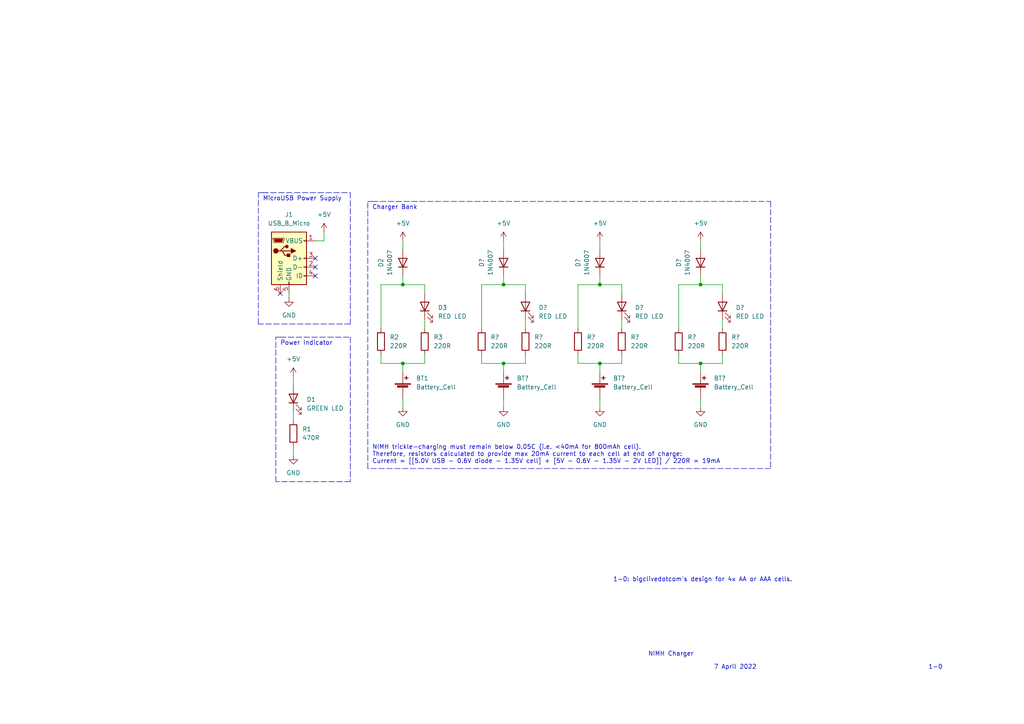
<source format=kicad_sch>
(kicad_sch (version 20211123) (generator eeschema)
  (paper "A4")
  (lib_symbols
    (symbol "Connector:USB_B_Micro" (pin_names (offset 1.016))
      (property "Reference" "J" (at -5.08 11.43 0))
      (property "Value" "USB_B_Micro" (at -5.08 8.89 0))
      (symbol "USB_B_Micro_0_1"
        (rectangle (start -5.08 -7.62) (end 5.08 7.62) (stroke (width 0.254)) (fill (type background)))
        (circle (center -3.81 2.159) (radius 0.635) (stroke (width 0.254)) (fill (type outline)))
        (circle (center -0.635 3.429) (radius 0.381) (stroke (width 0.254)) (fill (type outline)))
        (rectangle (start -0.127 -7.62) (end 0.127 -6.858))
        (polyline (pts (xy -1.905 2.159) (xy 0.635 2.159)) (stroke (width 0.254)))
        (polyline (pts (xy -3.175 2.159) (xy -2.54 2.159) (xy -1.27 3.429) (xy -0.635 3.429)) (stroke (width 0.254)))
        (polyline (pts (xy -2.54 2.159) (xy -1.905 2.159) (xy -1.27 0.889) (xy 0 0.889)) (stroke (width 0.254)))
        (polyline (pts (xy 0.635 2.794) (xy 0.635 1.524) (xy 1.905 2.159) (xy 0.635 2.794)) (stroke (width 0.254)) (fill (type outline)))
        (polyline (pts (xy -4.318 5.588) (xy -1.778 5.588) (xy -2.032 4.826) (xy -4.064 4.826) (xy -4.318 5.588)) (fill (type outline)))
        (polyline (pts (xy -4.699 5.842) (xy -4.699 5.588) (xy -4.445 4.826) (xy -4.445 4.572) (xy -1.651 4.572) (xy -1.651 4.826) (xy -1.397 5.588) (xy -1.397 5.842) (xy -4.699 5.842)))
        (rectangle (start 0.254 1.27) (end -0.508 0.508) (stroke (width 0.254)) (fill (type outline)))
        (rectangle (start 5.08 -5.207) (end 4.318 -4.953))
        (rectangle (start 5.08 -2.667) (end 4.318 -2.413))
        (rectangle (start 5.08 -0.127) (end 4.318 0.127))
        (rectangle (start 5.08 4.953) (end 4.318 5.207))
      )
      (symbol "USB_B_Micro_1_1"
        (pin power_out line (at 7.62 5.08 180) (length 2.54) (name "VBUS") (number "1"))
        (pin bidirectional line (at 7.62 -2.54 180) (length 2.54) (name "D-") (number "2"))
        (pin bidirectional line (at 7.62 0 180) (length 2.54) (name "D+") (number "3"))
        (pin passive line (at 7.62 -5.08 180) (length 2.54) (name "ID") (number "4"))
        (pin power_out line (at 0 -10.16 90) (length 2.54) (name "GND") (number "5"))
        (pin passive line (at -2.54 -10.16 90) (length 2.54) (name "Shield") (number "6"))
      )
    )
    (symbol "Device:Battery_Cell" (pin_numbers hide) (pin_names (offset 0) hide)
      (property "Reference" "BT" (at 2.54 2.54 0))
      (property "Value" "Battery_Cell" (at 2.54 0 0))
      (symbol "Battery_Cell_0_1"
        (rectangle (start -2.286 1.778) (end 2.286 1.524) (fill (type outline)))
        (rectangle (start -1.5748 1.1938) (end 1.4732 0.6858) (fill (type outline)))
        (polyline (pts (xy 0 0.762) (xy 0 0)))
        (polyline (pts (xy 0 1.778) (xy 0 2.54)))
        (polyline (pts (xy 0.508 3.429) (xy 1.524 3.429)) (stroke (width 0.254)))
        (polyline (pts (xy 1.016 3.937) (xy 1.016 2.921)) (stroke (width 0.254)))
      )
      (symbol "Battery_Cell_1_1"
        (pin passive line (at 0 5.08 270) (length 2.54) (name "+") (number "1"))
        (pin passive line (at 0 -2.54 90) (length 2.54) (name "-") (number "2"))
      )
    )
    (symbol "Device:LED" (pin_numbers hide) (pin_names (offset 1.016) hide)
      (property "Reference" "D" (at 0 2.54 0))
      (property "Value" "LED" (at 0 -2.54 0))
      (symbol "LED_0_1"
        (polyline (pts (xy -1.27 -1.27) (xy -1.27 1.27)) (stroke (width 0.254)))
        (polyline (pts (xy -1.27 0) (xy 1.27 0)))
        (polyline (pts (xy 1.27 -1.27) (xy 1.27 1.27) (xy -1.27 0) (xy 1.27 -1.27)) (stroke (width 0.254)))
        (polyline (pts (xy -3.048 -0.762) (xy -4.572 -2.286) (xy -3.81 -2.286) (xy -4.572 -2.286) (xy -4.572 -1.524)))
        (polyline (pts (xy -1.778 -0.762) (xy -3.302 -2.286) (xy -2.54 -2.286) (xy -3.302 -2.286) (xy -3.302 -1.524)))
      )
      (symbol "LED_1_1"
        (pin passive line (at -3.81 0 0) (length 2.54) (name "K") (number "1"))
        (pin passive line (at 3.81 0 180) (length 2.54) (name "A") (number "2"))
      )
    )
    (symbol "Device:R" (pin_numbers hide) (pin_names (offset 0))
      (property "Reference" "R" (at 2.032 0 90))
      (property "Value" "R" (at 0 0 90))
      (symbol "R_0_1"
        (rectangle (start -1.016 -2.54) (end 1.016 2.54) (stroke (width 0.254)))
      )
      (symbol "R_1_1"
        (pin passive line (at 0 3.81 270) (length 1.27) (name "~") (number "1"))
        (pin passive line (at 0 -3.81 90) (length 1.27) (name "~") (number "2"))
      )
    )
    (symbol "Diode:1N4007" (pin_numbers hide) (pin_names (offset 1.016) hide)
      (property "Reference" "D" (at 0 2.54 0))
      (property "Value" "1N4007" (at 0 -2.54 0))
      (symbol "1N4007_0_1"
        (polyline (pts (xy -1.27 1.27) (xy -1.27 -1.27)) (stroke (width 0.254)))
        (polyline (pts (xy 1.27 0) (xy -1.27 0)))
        (polyline (pts (xy 1.27 1.27) (xy 1.27 -1.27) (xy -1.27 0) (xy 1.27 1.27)) (stroke (width 0.254)))
      )
      (symbol "1N4007_1_1"
        (pin passive line (at -3.81 0 0) (length 2.54) (name "K") (number "1"))
        (pin passive line (at 3.81 0 180) (length 2.54) (name "A") (number "2"))
      )
    )
    (symbol "power:+5V" (power) (pin_names (offset 0))
      (property "Value" "+5V" (at 0 3.556 0))
      (symbol "+5V_0_1"
        (polyline (pts (xy -0.762 1.27) (xy 0 2.54)))
        (polyline (pts (xy 0 0) (xy 0 2.54)))
        (polyline (pts (xy 0 2.54) (xy 0.762 1.27)))
      )
      (symbol "+5V_1_1"
        (pin power_in line (at 0 0 90) (length 0) hide (name "+5V") (number "1"))
      )
    )
    (symbol "power:GND" (power) (pin_names (offset 0))
      (property "Value" "GND" (at 0 -3.81 0))
      (symbol "GND_0_1"
        (polyline (pts (xy 0 0) (xy 0 -1.27) (xy 1.27 -1.27) (xy 0 -2.54) (xy -1.27 -1.27) (xy 0 -1.27)))
      )
      (symbol "GND_1_1"
        (pin power_in line (at 0 0 270) (length 0) hide (name "GND") (number "1"))
      )
    )
  )
  (junction (at 116.84 82.55))
  (junction (at 116.84 105.41))
  (junction (at 173.99 82.55))
  (junction (at 146.05 105.41))
  (junction (at 203.2 105.41))
  (junction (at 146.05 82.55))
  (junction (at 203.2 82.55))
  (junction (at 173.99 105.41))
  (no_connect (at 81.28 85.09))
  (no_connect (at 91.44 80.01))
  (no_connect (at 91.44 77.47))
  (no_connect (at 91.44 74.93))
  (wire (pts (xy 196.85 95.25) (xy 196.85 82.55)))
  (wire (pts (xy 167.64 105.41) (xy 173.99 105.41)))
  (wire (pts (xy 203.2 80.01) (xy 203.2 82.55)))
  (wire (pts (xy 91.44 69.85) (xy 93.98 69.85)))
  (polyline (pts (xy 76.2 55.88) (xy 101.6 55.88)))
  (wire (pts (xy 85.09 109.22) (xy 85.09 111.76)))
  (wire (pts (xy 173.99 80.01) (xy 173.99 82.55)))
  (wire (pts (xy 146.05 107.95) (xy 146.05 105.41)))
  (wire (pts (xy 146.05 69.85) (xy 146.05 72.39)))
  (wire (pts (xy 93.98 69.85) (xy 93.98 67.31)))
  (polyline (pts (xy 101.6 139.7) (xy 80.01 139.7)))
  (wire (pts (xy 139.7 82.55) (xy 146.05 82.55)))
  (wire (pts (xy 123.19 102.87) (xy 123.19 105.41)))
  (wire (pts (xy 209.55 92.71) (xy 209.55 95.25)))
  (wire (pts (xy 123.19 82.55) (xy 123.19 85.09)))
  (wire (pts (xy 110.49 105.41) (xy 116.84 105.41)))
  (wire (pts (xy 152.4 102.87) (xy 152.4 105.41)))
  (polyline (pts (xy 106.68 135.89) (xy 106.68 58.42)))
  (wire (pts (xy 85.09 129.54) (xy 85.09 132.08)))
  (polyline (pts (xy 223.52 135.89) (xy 106.68 135.89)))
  (wire (pts (xy 116.84 105.41) (xy 123.19 105.41)))
  (polyline (pts (xy 81.28 97.79) (xy 101.6 97.79)))
  (wire (pts (xy 123.19 92.71) (xy 123.19 95.25)))
  (polyline (pts (xy 106.68 58.42) (xy 107.95 58.42)))
  (wire (pts (xy 203.2 69.85) (xy 203.2 72.39)))
  (wire (pts (xy 139.7 105.41) (xy 146.05 105.41)))
  (wire (pts (xy 173.99 107.95) (xy 173.99 105.41)))
  (wire (pts (xy 173.99 82.55) (xy 180.34 82.55)))
  (wire (pts (xy 203.2 105.41) (xy 209.55 105.41)))
  (wire (pts (xy 146.05 105.41) (xy 152.4 105.41)))
  (wire (pts (xy 196.85 102.87) (xy 196.85 105.41)))
  (wire (pts (xy 146.05 80.01) (xy 146.05 82.55)))
  (wire (pts (xy 116.84 69.85) (xy 116.84 72.39)))
  (wire (pts (xy 209.55 82.55) (xy 209.55 85.09)))
  (wire (pts (xy 83.82 85.09) (xy 83.82 86.36)))
  (polyline (pts (xy 74.93 55.88) (xy 77.47 55.88)))
  (wire (pts (xy 116.84 80.01) (xy 116.84 82.55)))
  (wire (pts (xy 146.05 82.55) (xy 152.4 82.55)))
  (wire (pts (xy 110.49 95.25) (xy 110.49 82.55)))
  (wire (pts (xy 167.64 102.87) (xy 167.64 105.41)))
  (wire (pts (xy 152.4 82.55) (xy 152.4 85.09)))
  (wire (pts (xy 139.7 102.87) (xy 139.7 105.41)))
  (polyline (pts (xy 74.93 93.98) (xy 74.93 55.88)))
  (wire (pts (xy 167.64 82.55) (xy 173.99 82.55)))
  (wire (pts (xy 85.09 119.38) (xy 85.09 121.92)))
  (wire (pts (xy 152.4 92.71) (xy 152.4 95.25)))
  (wire (pts (xy 173.99 105.41) (xy 180.34 105.41)))
  (polyline (pts (xy 80.01 97.79) (xy 81.28 97.79)))
  (polyline (pts (xy 80.01 139.7) (xy 80.01 97.79)))
  (wire (pts (xy 203.2 107.95) (xy 203.2 105.41)))
  (polyline (pts (xy 223.52 58.42) (xy 223.52 135.89)))
  (polyline (pts (xy 101.6 97.79) (xy 101.6 139.7)))
  (wire (pts (xy 139.7 95.25) (xy 139.7 82.55)))
  (polyline (pts (xy 101.6 93.98) (xy 74.93 93.98)))
  (wire (pts (xy 196.85 105.41) (xy 203.2 105.41)))
  (wire (pts (xy 173.99 115.57) (xy 173.99 118.11)))
  (wire (pts (xy 167.64 95.25) (xy 167.64 82.55)))
  (wire (pts (xy 203.2 82.55) (xy 209.55 82.55)))
  (wire (pts (xy 203.2 115.57) (xy 203.2 118.11)))
  (wire (pts (xy 116.84 82.55) (xy 123.19 82.55)))
  (wire (pts (xy 180.34 92.71) (xy 180.34 95.25)))
  (wire (pts (xy 116.84 115.57) (xy 116.84 118.11)))
  (wire (pts (xy 146.05 115.57) (xy 146.05 118.11)))
  (polyline (pts (xy 107.95 58.42) (xy 223.52 58.42)))
  (polyline (pts (xy 101.6 55.88) (xy 101.6 93.98)))
  (wire (pts (xy 173.99 69.85) (xy 173.99 72.39)))
  (wire (pts (xy 110.49 82.55) (xy 116.84 82.55)))
  (wire (pts (xy 180.34 102.87) (xy 180.34 105.41)))
  (wire (pts (xy 196.85 82.55) (xy 203.2 82.55)))
  (wire (pts (xy 110.49 102.87) (xy 110.49 105.41)))
  (wire (pts (xy 209.55 102.87) (xy 209.55 105.41)))
  (wire (pts (xy 116.84 107.95) (xy 116.84 105.41)))
  (wire (pts (xy 180.34 82.55) (xy 180.34 85.09)))
  (text "MicroUSB Power Supply" (at 76.2 58.42 0) (effects (font (size 1.27 1.27)) (justify left bottom)))
  (text "1-0" (at 269.24 194.31 0) (effects (font (size 1.27 1.27)) (justify left bottom)))
  (text "NIMH trickle-charging must remain below 0.05C (i.e. <40mA for 800mAh cell).\nTherefore, resistors calculated to provide max 20mA current to each cell at end of charge:\nCurrent = [[5.0V USB - 0.6V diode - 1.35V cell] + [5V - 0.6V - 1.35V - 2V LED]] / 220R = 19mA" (at 107.95 134.62 0) (effects (font (size 1.27 1.27)) (justify left bottom)))
  (text "Charger Bank" (at 107.95 60.96 0) (effects (font (size 1.27 1.27)) (justify left bottom)))
  (text "Power Indicator" (at 81.28 100.33 0) (effects (font (size 1.27 1.27)) (justify left bottom)))
  (text "7 April 2022" (at 207.01 194.31 0) (effects (font (size 1.27 1.27)) (justify left bottom)))
  (text "1-0: bigclivedotcom's design for 4x AA or AAA cells." (at 177.8 168.91 0) (effects (font (size 1.27 1.27)) (justify left bottom)))
  (text "NIMH Charger" (at 187.96 190.5 0) (effects (font (size 1.27 1.27)) (justify left bottom)))
  (symbol (lib_id "Device:R") (at 180.34 99.06 0) (unit 1)
    (property "Reference" "R?" (at 182.88 97.7899 0) (effects (justify left)))
    (property "Value" "220R" (at 182.88 100.3299 0) (effects (justify left)))
    (property "Footprint" "Resistor_SMD:R_1206_3216Metric_Pad1.30x1.75mm_HandSolder" (effects hide))
  )
  (symbol (lib_id "Device:Battery_Cell") (at 146.05 113.03 0) (unit 1)
    (property "Reference" "BT?" (at 149.86 109.7279 0) (effects (justify left)))
    (property "Value" "Battery_Cell" (at 149.86 112.2679 0) (effects (justify left)))
  )
  (symbol (lib_id "Device:Battery_Cell") (at 116.84 113.03 0) (unit 1)
    (property "Reference" "BT1" (at 120.65 109.7279 0) (effects (justify left)))
    (property "Value" "Battery_Cell" (at 120.65 112.2679 0) (effects (justify left)))
  )
  (symbol (lib_id "Device:LED") (at 85.09 115.57 90) (unit 1)
    (property "Reference" "D1" (at 88.9 115.8874 90) (effects (justify right)))
    (property "Value" "GREEN LED" (at 88.9 118.4274 90) (effects (justify right)))
    (property "Footprint" "LED_SMD:LED_1206_3216Metric_Pad1.42x1.75mm_HandSolder" (effects hide))
  )
  (symbol (lib_id "Device:LED") (at 152.4 88.9 90) (unit 1)
    (property "Reference" "D?" (at 156.21 89.2174 90) (effects (justify right)))
    (property "Value" "RED LED" (at 156.21 91.7574 90) (effects (justify right)))
    (property "Footprint" "LED_SMD:LED_1206_3216Metric_Pad1.42x1.75mm_HandSolder" (effects hide))
  )
  (symbol (lib_id "power:+5V") (at 173.99 69.85 0) (unit 1)
    (property "Reference" "#PWR?" (effects hide))
    (property "Value" "+5V" (at 173.99 64.77 0))
  )
  (symbol (lib_id "Device:R") (at 139.7 99.06 0) (unit 1)
    (property "Reference" "R?" (at 142.24 97.7899 0) (effects (justify left)))
    (property "Value" "220R" (at 142.24 100.3299 0) (effects (justify left)))
    (property "Footprint" "Resistor_SMD:R_1206_3216Metric_Pad1.30x1.75mm_HandSolder" (effects hide))
  )
  (symbol (lib_id "Device:R") (at 110.49 99.06 0) (unit 1)
    (property "Reference" "R2" (at 113.03 97.7899 0) (effects (justify left)))
    (property "Value" "220R" (at 113.03 100.3299 0) (effects (justify left)))
    (property "Footprint" "Resistor_SMD:R_1206_3216Metric_Pad1.30x1.75mm_HandSolder" (effects hide))
  )
  (symbol (lib_id "power:GND") (at 146.05 118.11 0) (unit 1)
    (property "Reference" "#PWR?" (effects hide))
    (property "Value" "GND" (at 146.05 123.19 0))
  )
  (symbol (lib_id "Device:Battery_Cell") (at 203.2 113.03 0) (unit 1)
    (property "Reference" "BT?" (at 207.01 109.7279 0) (effects (justify left)))
    (property "Value" "Battery_Cell" (at 207.01 112.2679 0) (effects (justify left)))
  )
  (symbol (lib_id "power:+5V") (at 116.84 69.85 0) (unit 1)
    (property "Reference" "#PWR05" (effects hide))
    (property "Value" "+5V" (at 116.84 64.77 0))
  )
  (symbol (lib_id "power:+5V") (at 203.2 69.85 0) (unit 1)
    (property "Reference" "#PWR?" (effects hide))
    (property "Value" "+5V" (at 203.2 64.77 0))
  )
  (symbol (lib_id "Device:R") (at 196.85 99.06 0) (unit 1)
    (property "Reference" "R?" (at 199.39 97.7899 0) (effects (justify left)))
    (property "Value" "220R" (at 199.39 100.3299 0) (effects (justify left)))
    (property "Footprint" "Resistor_SMD:R_1206_3216Metric_Pad1.30x1.75mm_HandSolder" (effects hide))
  )
  (symbol (lib_id "Diode:1N4007") (at 203.2 76.2 90) (unit 1)
    (property "Reference" "D?" (at 196.85 76.2 0))
    (property "Value" "1N4007" (at 199.39 76.2 0))
    (property "Footprint" "Diode_SMD:D_SOD-123F" (effects hide))
  )
  (symbol (lib_id "Diode:1N4007") (at 173.99 76.2 90) (unit 1)
    (property "Reference" "D?" (at 167.64 76.2 0))
    (property "Value" "1N4007" (at 170.18 76.2 0))
    (property "Footprint" "Diode_SMD:D_SOD-123F" (effects hide))
  )
  (symbol (lib_id "Device:LED") (at 123.19 88.9 90) (unit 1)
    (property "Reference" "D3" (at 127 89.2174 90) (effects (justify right)))
    (property "Value" "RED LED" (at 127 91.7574 90) (effects (justify right)))
    (property "Footprint" "LED_SMD:LED_1206_3216Metric_Pad1.42x1.75mm_HandSolder" (effects hide))
  )
  (symbol (lib_id "Diode:1N4007") (at 146.05 76.2 90) (unit 1)
    (property "Reference" "D?" (at 139.7 76.2 0))
    (property "Value" "1N4007" (at 142.24 76.2 0))
    (property "Footprint" "Diode_SMD:D_SOD-123F" (effects hide))
  )
  (symbol (lib_id "Device:R") (at 209.55 99.06 0) (unit 1)
    (property "Reference" "R?" (at 212.09 97.7899 0) (effects (justify left)))
    (property "Value" "220R" (at 212.09 100.3299 0) (effects (justify left)))
    (property "Footprint" "Resistor_SMD:R_1206_3216Metric_Pad1.30x1.75mm_HandSolder" (effects hide))
  )
  (symbol (lib_id "power:GND") (at 203.2 118.11 0) (unit 1)
    (property "Reference" "#PWR?" (effects hide))
    (property "Value" "GND" (at 203.2 123.19 0))
  )
  (symbol (lib_id "power:+5V") (at 93.98 67.31 0) (unit 1)
    (property "Reference" "#PWR02" (effects hide))
    (property "Value" "+5V" (at 93.98 62.23 0))
  )
  (symbol (lib_id "power:+5V") (at 146.05 69.85 0) (unit 1)
    (property "Reference" "#PWR?" (effects hide))
    (property "Value" "+5V" (at 146.05 64.77 0))
  )
  (symbol (lib_id "power:GND") (at 116.84 118.11 0) (unit 1)
    (property "Reference" "#PWR06" (effects hide))
    (property "Value" "GND" (at 116.84 123.19 0))
  )
  (symbol (lib_id "Device:R") (at 167.64 99.06 0) (unit 1)
    (property "Reference" "R?" (at 170.18 97.7899 0) (effects (justify left)))
    (property "Value" "220R" (at 170.18 100.3299 0) (effects (justify left)))
    (property "Footprint" "Resistor_SMD:R_1206_3216Metric_Pad1.30x1.75mm_HandSolder" (effects hide))
  )
  (symbol (lib_id "power:GND") (at 83.82 86.36 0) (unit 1)
    (property "Reference" "#PWR01" (effects hide))
    (property "Value" "GND" (at 83.82 91.44 0))
  )
  (symbol (lib_id "power:GND") (at 173.99 118.11 0) (unit 1)
    (property "Reference" "#PWR?" (effects hide))
    (property "Value" "GND" (at 173.99 123.19 0))
  )
  (symbol (lib_id "Device:R") (at 152.4 99.06 0) (unit 1)
    (property "Reference" "R?" (at 154.94 97.7899 0) (effects (justify left)))
    (property "Value" "220R" (at 154.94 100.3299 0) (effects (justify left)))
    (property "Footprint" "Resistor_SMD:R_1206_3216Metric_Pad1.30x1.75mm_HandSolder" (effects hide))
  )
  (symbol (lib_id "Device:LED") (at 180.34 88.9 90) (unit 1)
    (property "Reference" "D?" (at 184.15 89.2174 90) (effects (justify right)))
    (property "Value" "RED LED" (at 184.15 91.7574 90) (effects (justify right)))
    (property "Footprint" "LED_SMD:LED_1206_3216Metric_Pad1.42x1.75mm_HandSolder" (effects hide))
  )
  (symbol (lib_id "power:+5V") (at 85.09 109.22 0) (unit 1)
    (property "Reference" "#PWR03" (effects hide))
    (property "Value" "+5V" (at 85.09 104.14 0))
  )
  (symbol (lib_id "Device:R") (at 85.09 125.73 0) (unit 1)
    (property "Reference" "R1" (at 87.63 124.4599 0) (effects (justify left)))
    (property "Value" "470R" (at 87.63 126.9999 0) (effects (justify left)))
    (property "Footprint" "Resistor_SMD:R_1206_3216Metric_Pad1.30x1.75mm_HandSolder" (effects hide))
  )
  (symbol (lib_id "Device:LED") (at 209.55 88.9 90) (unit 1)
    (property "Reference" "D?" (at 213.36 89.2174 90) (effects (justify right)))
    (property "Value" "RED LED" (at 213.36 91.7574 90) (effects (justify right)))
    (property "Footprint" "LED_SMD:LED_1206_3216Metric_Pad1.42x1.75mm_HandSolder" (effects hide))
  )
  (symbol (lib_id "Connector:USB_B_Micro") (at 83.82 74.93 0) (unit 1)
    (property "Reference" "J1" (at 83.82 62.23 0))
    (property "Value" "USB_B_Micro" (at 83.82 64.77 0))
    (property "Footprint" "Connector_USB:USB_Micro-B_Amphenol_10118194_Horizontal" (effects hide))
  )
  (symbol (lib_id "power:GND") (at 85.09 132.08 0) (unit 1)
    (property "Reference" "#PWR04" (effects hide))
    (property "Value" "GND" (at 85.09 137.16 0))
  )
  (symbol (lib_id "Diode:1N4007") (at 116.84 76.2 90) (unit 1)
    (property "Reference" "D2" (at 110.49 76.2 0))
    (property "Value" "1N4007" (at 113.03 76.2 0))
    (property "Footprint" "Diode_SMD:D_SOD-123F" (effects hide))
  )
  (symbol (lib_id "Device:R") (at 123.19 99.06 0) (unit 1)
    (property "Reference" "R3" (at 125.73 97.7899 0) (effects (justify left)))
    (property "Value" "220R" (at 125.73 100.3299 0) (effects (justify left)))
    (property "Footprint" "Resistor_SMD:R_1206_3216Metric_Pad1.30x1.75mm_HandSolder" (effects hide))
  )
  (symbol (lib_id "Device:Battery_Cell") (at 173.99 113.03 0) (unit 1)
    (property "Reference" "BT?" (at 177.8 109.7279 0) (effects (justify left)))
    (property "Value" "Battery_Cell" (at 177.8 112.2679 0) (effects (justify left)))
  )
)
</source>
